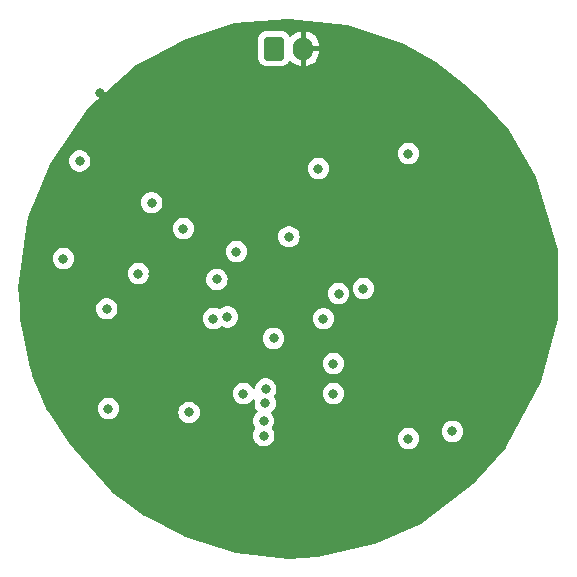
<source format=gbr>
%TF.GenerationSoftware,KiCad,Pcbnew,7.0.7*%
%TF.CreationDate,2023-11-13T21:50:39-08:00*%
%TF.ProjectId,Final_Project_Transmit,46696e61-6c5f-4507-926f-6a6563745f54,rev?*%
%TF.SameCoordinates,Original*%
%TF.FileFunction,Copper,L2,Inr*%
%TF.FilePolarity,Positive*%
%FSLAX46Y46*%
G04 Gerber Fmt 4.6, Leading zero omitted, Abs format (unit mm)*
G04 Created by KiCad (PCBNEW 7.0.7) date 2023-11-13 21:50:39*
%MOMM*%
%LPD*%
G01*
G04 APERTURE LIST*
G04 Aperture macros list*
%AMRoundRect*
0 Rectangle with rounded corners*
0 $1 Rounding radius*
0 $2 $3 $4 $5 $6 $7 $8 $9 X,Y pos of 4 corners*
0 Add a 4 corners polygon primitive as box body*
4,1,4,$2,$3,$4,$5,$6,$7,$8,$9,$2,$3,0*
0 Add four circle primitives for the rounded corners*
1,1,$1+$1,$2,$3*
1,1,$1+$1,$4,$5*
1,1,$1+$1,$6,$7*
1,1,$1+$1,$8,$9*
0 Add four rect primitives between the rounded corners*
20,1,$1+$1,$2,$3,$4,$5,0*
20,1,$1+$1,$4,$5,$6,$7,0*
20,1,$1+$1,$6,$7,$8,$9,0*
20,1,$1+$1,$8,$9,$2,$3,0*%
G04 Aperture macros list end*
%TA.AperFunction,ComponentPad*%
%ADD10RoundRect,0.250000X-0.600000X-0.750000X0.600000X-0.750000X0.600000X0.750000X-0.600000X0.750000X0*%
%TD*%
%TA.AperFunction,ComponentPad*%
%ADD11O,1.700000X2.000000*%
%TD*%
%TA.AperFunction,ViaPad*%
%ADD12C,0.800000*%
%TD*%
G04 APERTURE END LIST*
D10*
%TO.N,VCC*%
%TO.C,BT1*%
X100370000Y-55880000D03*
D11*
%TO.N,GND*%
X102870000Y-55880000D03*
%TD*%
D12*
%TO.N,Net-(Q4-S)*%
X86218233Y-77918867D03*
%TO.N,GND*%
X102279366Y-80664640D03*
%TO.N,+3V3*%
X97790000Y-85090000D03*
%TO.N,+1V5*%
X86360000Y-86360000D03*
%TO.N,+3V3*%
X101633045Y-71817394D03*
X105838647Y-76621486D03*
%TO.N,GND*%
X99875725Y-71791741D03*
X98080256Y-71791741D03*
%TO.N,/SDA_3V*%
X100345943Y-80422472D03*
%TO.N,Net-(Q2-S)*%
X105410000Y-85090000D03*
%TO.N,/SDO*%
X88900000Y-74930000D03*
%TO.N,+1V5*%
X93183130Y-86691364D03*
%TO.N,GND*%
X112295346Y-57837685D03*
%TO.N,+1V5*%
X111760000Y-64770000D03*
%TO.N,Net-(Q4-S)*%
X115479013Y-88295676D03*
%TO.N,+1V5*%
X111760000Y-88900000D03*
X82550000Y-73660000D03*
%TO.N,GND*%
X83820000Y-80010000D03*
%TO.N,+3V3*%
X105410000Y-82550000D03*
%TO.N,GND*%
X109220000Y-81280000D03*
%TO.N,Net-(JP4-B)*%
X96430932Y-78604050D03*
%TO.N,Net-(JP1-B)*%
X95250000Y-78740000D03*
%TO.N,GND*%
X90170000Y-74930000D03*
X115633981Y-73620011D03*
%TO.N,Net-(JP9-B)*%
X107950000Y-76200000D03*
X104560526Y-78751365D03*
%TO.N,+3V3*%
X104140000Y-66040000D03*
%TO.N,+1V5*%
X99508040Y-88644616D03*
X99499079Y-87408025D03*
%TO.N,+3V3*%
X99677906Y-84706536D03*
X99630862Y-85929686D03*
%TO.N,Net-(U3-P1.7{slash}TMS...)*%
X97198726Y-73077684D03*
X95535309Y-75427184D03*
%TO.N,Net-(U3-P1.6{slash}TDO...)*%
X90024192Y-68934103D03*
X92710000Y-71120000D03*
%TO.N,GND*%
X103470559Y-73528872D03*
X85614643Y-59645273D03*
%TO.N,+1V5*%
X83928697Y-65392191D03*
%TD*%
%TA.AperFunction,Conductor*%
%TO.N,GND*%
G36*
X101611816Y-53341260D02*
G01*
X106592360Y-53872739D01*
X106619694Y-53878837D01*
X111348296Y-55512987D01*
X111367067Y-55521272D01*
X114107858Y-57013093D01*
X114127253Y-57026163D01*
X116423444Y-58911456D01*
X117434269Y-59741398D01*
X117440065Y-59746812D01*
X120257354Y-62738007D01*
X120274635Y-62761302D01*
X122566021Y-66753869D01*
X122577446Y-66780640D01*
X124386834Y-72939518D01*
X124391265Y-72962313D01*
X124459701Y-73656970D01*
X124460000Y-73663052D01*
X124460000Y-78722939D01*
X124455392Y-78756428D01*
X122961212Y-84083385D01*
X122951460Y-84107819D01*
X120029572Y-89638537D01*
X120013251Y-89662269D01*
X117585057Y-92437347D01*
X117567516Y-92453843D01*
X112837697Y-96105541D01*
X112811251Y-96121155D01*
X108887723Y-97822508D01*
X108866401Y-97829538D01*
X104066822Y-98942484D01*
X104044611Y-98945553D01*
X101609822Y-99059540D01*
X101590233Y-99058907D01*
X97149958Y-98562038D01*
X97126545Y-98557094D01*
X92815785Y-97201291D01*
X92796174Y-97193223D01*
X89425067Y-95455538D01*
X89408874Y-95445549D01*
X87654826Y-94167910D01*
X86597810Y-93397985D01*
X86577404Y-93379301D01*
X83453536Y-89800500D01*
X82993737Y-89273740D01*
X82983048Y-89259561D01*
X81263820Y-86602573D01*
X81106861Y-86360000D01*
X85454540Y-86360000D01*
X85474326Y-86548256D01*
X85474327Y-86548259D01*
X85532818Y-86728277D01*
X85532821Y-86728284D01*
X85627467Y-86892216D01*
X85754129Y-87032888D01*
X85907265Y-87144148D01*
X85907270Y-87144151D01*
X86080192Y-87221142D01*
X86080197Y-87221144D01*
X86265354Y-87260500D01*
X86265355Y-87260500D01*
X86454644Y-87260500D01*
X86454646Y-87260500D01*
X86639803Y-87221144D01*
X86812730Y-87144151D01*
X86965871Y-87032888D01*
X87092533Y-86892216D01*
X87187179Y-86728284D01*
X87199175Y-86691364D01*
X92277670Y-86691364D01*
X92297456Y-86879620D01*
X92297457Y-86879623D01*
X92355948Y-87059641D01*
X92355951Y-87059648D01*
X92450597Y-87223580D01*
X92577258Y-87364251D01*
X92577259Y-87364252D01*
X92730395Y-87475512D01*
X92730400Y-87475515D01*
X92903322Y-87552506D01*
X92903327Y-87552508D01*
X93088484Y-87591864D01*
X93088485Y-87591864D01*
X93277774Y-87591864D01*
X93277776Y-87591864D01*
X93462933Y-87552508D01*
X93635860Y-87475515D01*
X93789001Y-87364252D01*
X93915663Y-87223580D01*
X94010309Y-87059648D01*
X94068804Y-86879620D01*
X94088590Y-86691364D01*
X94068804Y-86503108D01*
X94010309Y-86323080D01*
X93915663Y-86159148D01*
X93789001Y-86018476D01*
X93789000Y-86018475D01*
X93635864Y-85907215D01*
X93635859Y-85907212D01*
X93462937Y-85830221D01*
X93462932Y-85830219D01*
X93317131Y-85799229D01*
X93277776Y-85790864D01*
X93088484Y-85790864D01*
X93056027Y-85797762D01*
X92903327Y-85830219D01*
X92903322Y-85830221D01*
X92730400Y-85907212D01*
X92730395Y-85907215D01*
X92577259Y-86018475D01*
X92450596Y-86159149D01*
X92355951Y-86323079D01*
X92355948Y-86323086D01*
X92297457Y-86503104D01*
X92297456Y-86503108D01*
X92277670Y-86691364D01*
X87199175Y-86691364D01*
X87245674Y-86548256D01*
X87265460Y-86360000D01*
X87245674Y-86171744D01*
X87187179Y-85991716D01*
X87092533Y-85827784D01*
X86965871Y-85687112D01*
X86965870Y-85687111D01*
X86812734Y-85575851D01*
X86812729Y-85575848D01*
X86639807Y-85498857D01*
X86639802Y-85498855D01*
X86494000Y-85467865D01*
X86454646Y-85459500D01*
X86265354Y-85459500D01*
X86232897Y-85466398D01*
X86080197Y-85498855D01*
X86080192Y-85498857D01*
X85907270Y-85575848D01*
X85907265Y-85575851D01*
X85754129Y-85687111D01*
X85627466Y-85827785D01*
X85532821Y-85991715D01*
X85532818Y-85991722D01*
X85478418Y-86159149D01*
X85474326Y-86171744D01*
X85454540Y-86360000D01*
X81106861Y-86360000D01*
X81071769Y-86305767D01*
X81062207Y-86287954D01*
X80932548Y-85990500D01*
X80540022Y-85090000D01*
X96884540Y-85090000D01*
X96904326Y-85278256D01*
X96904327Y-85278259D01*
X96962818Y-85458277D01*
X96962821Y-85458284D01*
X97057467Y-85622216D01*
X97164808Y-85741430D01*
X97184129Y-85762888D01*
X97337265Y-85874148D01*
X97337270Y-85874151D01*
X97510192Y-85951142D01*
X97510197Y-85951144D01*
X97695354Y-85990500D01*
X97695355Y-85990500D01*
X97884644Y-85990500D01*
X97884646Y-85990500D01*
X98069803Y-85951144D01*
X98242730Y-85874151D01*
X98395871Y-85762888D01*
X98522533Y-85622216D01*
X98530484Y-85608443D01*
X98581048Y-85560230D01*
X98649655Y-85547005D01*
X98714520Y-85572972D01*
X98755050Y-85629885D01*
X98758376Y-85699675D01*
X98755802Y-85708761D01*
X98745189Y-85741424D01*
X98745189Y-85741426D01*
X98745188Y-85741430D01*
X98725402Y-85929686D01*
X98745188Y-86117942D01*
X98745189Y-86117945D01*
X98803680Y-86297963D01*
X98803683Y-86297970D01*
X98898329Y-86461902D01*
X98935428Y-86503104D01*
X98952881Y-86522488D01*
X98983111Y-86585479D01*
X98974486Y-86654815D01*
X98933617Y-86705777D01*
X98893210Y-86735134D01*
X98893208Y-86735136D01*
X98766545Y-86875810D01*
X98671900Y-87039740D01*
X98671897Y-87039747D01*
X98613406Y-87219765D01*
X98613405Y-87219769D01*
X98593619Y-87408025D01*
X98613405Y-87596281D01*
X98613406Y-87596284D01*
X98671897Y-87776302D01*
X98671900Y-87776309D01*
X98766546Y-87940241D01*
X98773570Y-87948042D01*
X98773824Y-87948324D01*
X98804054Y-88011315D01*
X98795429Y-88080651D01*
X98778699Y-88106681D01*
X98779329Y-88107139D01*
X98775505Y-88112401D01*
X98680861Y-88276331D01*
X98680858Y-88276338D01*
X98622367Y-88456356D01*
X98622366Y-88456360D01*
X98602580Y-88644616D01*
X98622366Y-88832872D01*
X98622367Y-88832875D01*
X98680858Y-89012893D01*
X98680861Y-89012900D01*
X98775507Y-89176832D01*
X98849997Y-89259561D01*
X98902169Y-89317504D01*
X99055305Y-89428764D01*
X99055310Y-89428767D01*
X99228232Y-89505758D01*
X99228237Y-89505760D01*
X99413394Y-89545116D01*
X99413395Y-89545116D01*
X99602684Y-89545116D01*
X99602686Y-89545116D01*
X99787843Y-89505760D01*
X99960770Y-89428767D01*
X100113911Y-89317504D01*
X100240573Y-89176832D01*
X100335219Y-89012900D01*
X100371903Y-88900000D01*
X110854540Y-88900000D01*
X110874326Y-89088256D01*
X110874327Y-89088259D01*
X110932818Y-89268277D01*
X110932821Y-89268284D01*
X111027467Y-89432216D01*
X111093685Y-89505758D01*
X111154129Y-89572888D01*
X111307265Y-89684148D01*
X111307270Y-89684151D01*
X111480192Y-89761142D01*
X111480197Y-89761144D01*
X111665354Y-89800500D01*
X111665355Y-89800500D01*
X111854644Y-89800500D01*
X111854646Y-89800500D01*
X112039803Y-89761144D01*
X112212730Y-89684151D01*
X112365871Y-89572888D01*
X112492533Y-89432216D01*
X112587179Y-89268284D01*
X112645674Y-89088256D01*
X112665460Y-88900000D01*
X112645674Y-88711744D01*
X112587179Y-88531716D01*
X112492533Y-88367784D01*
X112427606Y-88295676D01*
X114573553Y-88295676D01*
X114593339Y-88483932D01*
X114593340Y-88483935D01*
X114651831Y-88663953D01*
X114651834Y-88663960D01*
X114746480Y-88827892D01*
X114750967Y-88832875D01*
X114873142Y-88968564D01*
X115026278Y-89079824D01*
X115026283Y-89079827D01*
X115199205Y-89156818D01*
X115199210Y-89156820D01*
X115384367Y-89196176D01*
X115384368Y-89196176D01*
X115573657Y-89196176D01*
X115573659Y-89196176D01*
X115758816Y-89156820D01*
X115931743Y-89079827D01*
X116084884Y-88968564D01*
X116211546Y-88827892D01*
X116306192Y-88663960D01*
X116364687Y-88483932D01*
X116384473Y-88295676D01*
X116364687Y-88107420D01*
X116306192Y-87927392D01*
X116211546Y-87763460D01*
X116084884Y-87622788D01*
X116084883Y-87622787D01*
X115931747Y-87511527D01*
X115931742Y-87511524D01*
X115758820Y-87434533D01*
X115758815Y-87434531D01*
X115613013Y-87403541D01*
X115573659Y-87395176D01*
X115384367Y-87395176D01*
X115351910Y-87402074D01*
X115199210Y-87434531D01*
X115199205Y-87434533D01*
X115026283Y-87511524D01*
X115026278Y-87511527D01*
X114873142Y-87622787D01*
X114746479Y-87763461D01*
X114651834Y-87927391D01*
X114651831Y-87927398D01*
X114594347Y-88104317D01*
X114593339Y-88107420D01*
X114573553Y-88295676D01*
X112427606Y-88295676D01*
X112365871Y-88227112D01*
X112365870Y-88227111D01*
X112212734Y-88115851D01*
X112212729Y-88115848D01*
X112039807Y-88038857D01*
X112039802Y-88038855D01*
X111894001Y-88007865D01*
X111854646Y-87999500D01*
X111665354Y-87999500D01*
X111632897Y-88006398D01*
X111480197Y-88038855D01*
X111480192Y-88038857D01*
X111307270Y-88115848D01*
X111307265Y-88115851D01*
X111154129Y-88227111D01*
X111027466Y-88367785D01*
X110932821Y-88531715D01*
X110932818Y-88531722D01*
X110896137Y-88644616D01*
X110874326Y-88711744D01*
X110854540Y-88900000D01*
X100371903Y-88900000D01*
X100393714Y-88832872D01*
X100413500Y-88644616D01*
X100393714Y-88456360D01*
X100335219Y-88276332D01*
X100277296Y-88176006D01*
X100240575Y-88112403D01*
X100240574Y-88112402D01*
X100240573Y-88112400D01*
X100233292Y-88104314D01*
X100203064Y-88041325D01*
X100211689Y-87971990D01*
X100228422Y-87945961D01*
X100227790Y-87945502D01*
X100231608Y-87940245D01*
X100231612Y-87940241D01*
X100326258Y-87776309D01*
X100384753Y-87596281D01*
X100404539Y-87408025D01*
X100384753Y-87219769D01*
X100326258Y-87039741D01*
X100231612Y-86875809D01*
X100177058Y-86815221D01*
X100146829Y-86752231D01*
X100155454Y-86682896D01*
X100196323Y-86631933D01*
X100236733Y-86602574D01*
X100363395Y-86461902D01*
X100458041Y-86297970D01*
X100516536Y-86117942D01*
X100536322Y-85929686D01*
X100516536Y-85741430D01*
X100458041Y-85561402D01*
X100458038Y-85561396D01*
X100370986Y-85410616D01*
X100354513Y-85342716D01*
X100377366Y-85276689D01*
X100386218Y-85265651D01*
X100410439Y-85238752D01*
X100496321Y-85090000D01*
X104504540Y-85090000D01*
X104524326Y-85278256D01*
X104524327Y-85278259D01*
X104582818Y-85458277D01*
X104582821Y-85458284D01*
X104677467Y-85622216D01*
X104784808Y-85741430D01*
X104804129Y-85762888D01*
X104957265Y-85874148D01*
X104957270Y-85874151D01*
X105130192Y-85951142D01*
X105130197Y-85951144D01*
X105315354Y-85990500D01*
X105315355Y-85990500D01*
X105504644Y-85990500D01*
X105504646Y-85990500D01*
X105689803Y-85951144D01*
X105862730Y-85874151D01*
X106015871Y-85762888D01*
X106142533Y-85622216D01*
X106237179Y-85458284D01*
X106295674Y-85278256D01*
X106315460Y-85090000D01*
X106295674Y-84901744D01*
X106237179Y-84721716D01*
X106142533Y-84557784D01*
X106015871Y-84417112D01*
X106015870Y-84417111D01*
X105862734Y-84305851D01*
X105862729Y-84305848D01*
X105689807Y-84228857D01*
X105689802Y-84228855D01*
X105544000Y-84197865D01*
X105504646Y-84189500D01*
X105315354Y-84189500D01*
X105282897Y-84196398D01*
X105130197Y-84228855D01*
X105130192Y-84228857D01*
X104957270Y-84305848D01*
X104957265Y-84305851D01*
X104804129Y-84417111D01*
X104677466Y-84557785D01*
X104582821Y-84721715D01*
X104582818Y-84721722D01*
X104526585Y-84894792D01*
X104524326Y-84901744D01*
X104504540Y-85090000D01*
X100496321Y-85090000D01*
X100505085Y-85074820D01*
X100563580Y-84894792D01*
X100583366Y-84706536D01*
X100563580Y-84518280D01*
X100505085Y-84338252D01*
X100410439Y-84174320D01*
X100283777Y-84033648D01*
X100283776Y-84033647D01*
X100130640Y-83922387D01*
X100130635Y-83922384D01*
X99957713Y-83845393D01*
X99957708Y-83845391D01*
X99811906Y-83814401D01*
X99772552Y-83806036D01*
X99583260Y-83806036D01*
X99550803Y-83812934D01*
X99398103Y-83845391D01*
X99398098Y-83845393D01*
X99225176Y-83922384D01*
X99225171Y-83922387D01*
X99072035Y-84033647D01*
X98945372Y-84174321D01*
X98850727Y-84338251D01*
X98850724Y-84338258D01*
X98792233Y-84518276D01*
X98792232Y-84518280D01*
X98788080Y-84557784D01*
X98787075Y-84567350D01*
X98760490Y-84631964D01*
X98703192Y-84671948D01*
X98633373Y-84674608D01*
X98573200Y-84639098D01*
X98556369Y-84616390D01*
X98522533Y-84557784D01*
X98395871Y-84417112D01*
X98395870Y-84417111D01*
X98242734Y-84305851D01*
X98242729Y-84305848D01*
X98069807Y-84228857D01*
X98069802Y-84228855D01*
X97924001Y-84197865D01*
X97884646Y-84189500D01*
X97695354Y-84189500D01*
X97662897Y-84196398D01*
X97510197Y-84228855D01*
X97510192Y-84228857D01*
X97337270Y-84305848D01*
X97337265Y-84305851D01*
X97184129Y-84417111D01*
X97057466Y-84557785D01*
X96962821Y-84721715D01*
X96962818Y-84721722D01*
X96906585Y-84894792D01*
X96904326Y-84901744D01*
X96884540Y-85090000D01*
X80540022Y-85090000D01*
X79883521Y-83583910D01*
X79875739Y-83559368D01*
X79853325Y-83450500D01*
X79667928Y-82550000D01*
X104504540Y-82550000D01*
X104524326Y-82738256D01*
X104524327Y-82738259D01*
X104582818Y-82918277D01*
X104582821Y-82918284D01*
X104677467Y-83082216D01*
X104765037Y-83179472D01*
X104804129Y-83222888D01*
X104957265Y-83334148D01*
X104957270Y-83334151D01*
X105130192Y-83411142D01*
X105130197Y-83411144D01*
X105315354Y-83450500D01*
X105315355Y-83450500D01*
X105504644Y-83450500D01*
X105504646Y-83450500D01*
X105689803Y-83411144D01*
X105862730Y-83334151D01*
X106015871Y-83222888D01*
X106142533Y-83082216D01*
X106237179Y-82918284D01*
X106295674Y-82738256D01*
X106315460Y-82550000D01*
X106295674Y-82361744D01*
X106237179Y-82181716D01*
X106142533Y-82017784D01*
X106015871Y-81877112D01*
X106015870Y-81877111D01*
X105862734Y-81765851D01*
X105862729Y-81765848D01*
X105689807Y-81688857D01*
X105689802Y-81688855D01*
X105544000Y-81657865D01*
X105504646Y-81649500D01*
X105315354Y-81649500D01*
X105282897Y-81656398D01*
X105130197Y-81688855D01*
X105130192Y-81688857D01*
X104957270Y-81765848D01*
X104957265Y-81765851D01*
X104804129Y-81877111D01*
X104677466Y-82017785D01*
X104582821Y-82181715D01*
X104582818Y-82181722D01*
X104524327Y-82361740D01*
X104524326Y-82361744D01*
X104504540Y-82550000D01*
X79667928Y-82550000D01*
X79229907Y-80422472D01*
X99440483Y-80422472D01*
X99460269Y-80610728D01*
X99460270Y-80610731D01*
X99518761Y-80790749D01*
X99518764Y-80790756D01*
X99613410Y-80954688D01*
X99740072Y-81095360D01*
X99893208Y-81206620D01*
X99893213Y-81206623D01*
X100066135Y-81283614D01*
X100066140Y-81283616D01*
X100251297Y-81322972D01*
X100251298Y-81322972D01*
X100440587Y-81322972D01*
X100440589Y-81322972D01*
X100625746Y-81283616D01*
X100798673Y-81206623D01*
X100951814Y-81095360D01*
X101078476Y-80954688D01*
X101173122Y-80790756D01*
X101231617Y-80610728D01*
X101251403Y-80422472D01*
X101231617Y-80234216D01*
X101173122Y-80054188D01*
X101078476Y-79890256D01*
X100951814Y-79749584D01*
X100951813Y-79749583D01*
X100798677Y-79638323D01*
X100798672Y-79638320D01*
X100625750Y-79561329D01*
X100625745Y-79561327D01*
X100450826Y-79524148D01*
X100440589Y-79521972D01*
X100251297Y-79521972D01*
X100241060Y-79524148D01*
X100066140Y-79561327D01*
X100066135Y-79561329D01*
X99893213Y-79638320D01*
X99893208Y-79638323D01*
X99740072Y-79749583D01*
X99613409Y-79890257D01*
X99518764Y-80054187D01*
X99518761Y-80054194D01*
X99460270Y-80234212D01*
X99460269Y-80234216D01*
X99440483Y-80422472D01*
X79229907Y-80422472D01*
X78901843Y-78829018D01*
X78899530Y-78811595D01*
X78844997Y-77918867D01*
X85312773Y-77918867D01*
X85332559Y-78107123D01*
X85332560Y-78107126D01*
X85391051Y-78287144D01*
X85391054Y-78287151D01*
X85485700Y-78451083D01*
X85586569Y-78563109D01*
X85612362Y-78591755D01*
X85765498Y-78703015D01*
X85765503Y-78703018D01*
X85938425Y-78780009D01*
X85938430Y-78780011D01*
X86123587Y-78819367D01*
X86123588Y-78819367D01*
X86312877Y-78819367D01*
X86312879Y-78819367D01*
X86498036Y-78780011D01*
X86587901Y-78740000D01*
X94344540Y-78740000D01*
X94364326Y-78928256D01*
X94364327Y-78928259D01*
X94422818Y-79108277D01*
X94422821Y-79108284D01*
X94517467Y-79272216D01*
X94617741Y-79383581D01*
X94644129Y-79412888D01*
X94797265Y-79524148D01*
X94797270Y-79524151D01*
X94970192Y-79601142D01*
X94970197Y-79601144D01*
X95155354Y-79640500D01*
X95155355Y-79640500D01*
X95344644Y-79640500D01*
X95344646Y-79640500D01*
X95529803Y-79601144D01*
X95702730Y-79524151D01*
X95783880Y-79465192D01*
X95861129Y-79409068D01*
X95862061Y-79410350D01*
X95917820Y-79383581D01*
X95987156Y-79392194D01*
X95988257Y-79392678D01*
X96151124Y-79465192D01*
X96151129Y-79465194D01*
X96336286Y-79504550D01*
X96336287Y-79504550D01*
X96525576Y-79504550D01*
X96525578Y-79504550D01*
X96710735Y-79465194D01*
X96883662Y-79388201D01*
X97036803Y-79276938D01*
X97163465Y-79136266D01*
X97258111Y-78972334D01*
X97316606Y-78792306D01*
X97320909Y-78751365D01*
X103655066Y-78751365D01*
X103674852Y-78939621D01*
X103674853Y-78939624D01*
X103733344Y-79119642D01*
X103733347Y-79119649D01*
X103827993Y-79283581D01*
X103918034Y-79383581D01*
X103954655Y-79424253D01*
X104107791Y-79535513D01*
X104107796Y-79535516D01*
X104280718Y-79612507D01*
X104280723Y-79612509D01*
X104465880Y-79651865D01*
X104465881Y-79651865D01*
X104655170Y-79651865D01*
X104655172Y-79651865D01*
X104840329Y-79612509D01*
X105013256Y-79535516D01*
X105166397Y-79424253D01*
X105293059Y-79283581D01*
X105387705Y-79119649D01*
X105446200Y-78939621D01*
X105465986Y-78751365D01*
X105446200Y-78563109D01*
X105387705Y-78383081D01*
X105293059Y-78219149D01*
X105166397Y-78078477D01*
X105157254Y-78071834D01*
X105013260Y-77967216D01*
X105013255Y-77967213D01*
X104840333Y-77890222D01*
X104840328Y-77890220D01*
X104694527Y-77859230D01*
X104655172Y-77850865D01*
X104465880Y-77850865D01*
X104433423Y-77857763D01*
X104280723Y-77890220D01*
X104280718Y-77890222D01*
X104107796Y-77967213D01*
X104107791Y-77967216D01*
X103954655Y-78078476D01*
X103827992Y-78219150D01*
X103733347Y-78383080D01*
X103733344Y-78383087D01*
X103674853Y-78563105D01*
X103674852Y-78563109D01*
X103655066Y-78751365D01*
X97320909Y-78751365D01*
X97336392Y-78604050D01*
X97316606Y-78415794D01*
X97258111Y-78235766D01*
X97163465Y-78071834D01*
X97036803Y-77931162D01*
X97036802Y-77931161D01*
X96883666Y-77819901D01*
X96883661Y-77819898D01*
X96710739Y-77742907D01*
X96710734Y-77742905D01*
X96564932Y-77711915D01*
X96525578Y-77703550D01*
X96336286Y-77703550D01*
X96303829Y-77710448D01*
X96151129Y-77742905D01*
X96151124Y-77742907D01*
X95978202Y-77819898D01*
X95978197Y-77819901D01*
X95819804Y-77934981D01*
X95818877Y-77933705D01*
X95763062Y-77960476D01*
X95693729Y-77951836D01*
X95692673Y-77951371D01*
X95529807Y-77878857D01*
X95529802Y-77878855D01*
X95384000Y-77847865D01*
X95344646Y-77839500D01*
X95155354Y-77839500D01*
X95122897Y-77846398D01*
X94970197Y-77878855D01*
X94970192Y-77878857D01*
X94797270Y-77955848D01*
X94797265Y-77955851D01*
X94644129Y-78067111D01*
X94517466Y-78207785D01*
X94422821Y-78371715D01*
X94422818Y-78371722D01*
X94364327Y-78551740D01*
X94364326Y-78551744D01*
X94344540Y-78740000D01*
X86587901Y-78740000D01*
X86670963Y-78703018D01*
X86824104Y-78591755D01*
X86950766Y-78451083D01*
X87045412Y-78287151D01*
X87103907Y-78107123D01*
X87123693Y-77918867D01*
X87103907Y-77730611D01*
X87045412Y-77550583D01*
X86950766Y-77386651D01*
X86824104Y-77245979D01*
X86824103Y-77245978D01*
X86670967Y-77134718D01*
X86670962Y-77134715D01*
X86498040Y-77057724D01*
X86498035Y-77057722D01*
X86352233Y-77026732D01*
X86312879Y-77018367D01*
X86123587Y-77018367D01*
X86091130Y-77025265D01*
X85938430Y-77057722D01*
X85938425Y-77057724D01*
X85765503Y-77134715D01*
X85765498Y-77134718D01*
X85612362Y-77245978D01*
X85485699Y-77386652D01*
X85391054Y-77550582D01*
X85391051Y-77550589D01*
X85332560Y-77730607D01*
X85332559Y-77730611D01*
X85312773Y-77918867D01*
X78844997Y-77918867D01*
X78765746Y-76621486D01*
X104933187Y-76621486D01*
X104952973Y-76809742D01*
X104952974Y-76809745D01*
X105011465Y-76989763D01*
X105011468Y-76989770D01*
X105106114Y-77153702D01*
X105156837Y-77210035D01*
X105232776Y-77294374D01*
X105385912Y-77405634D01*
X105385917Y-77405637D01*
X105558839Y-77482628D01*
X105558844Y-77482630D01*
X105744001Y-77521986D01*
X105744002Y-77521986D01*
X105933291Y-77521986D01*
X105933293Y-77521986D01*
X106118450Y-77482630D01*
X106291377Y-77405637D01*
X106444518Y-77294374D01*
X106571180Y-77153702D01*
X106665826Y-76989770D01*
X106724321Y-76809742D01*
X106744107Y-76621486D01*
X106724321Y-76433230D01*
X106665826Y-76253202D01*
X106635110Y-76200000D01*
X107044540Y-76200000D01*
X107064326Y-76388256D01*
X107064327Y-76388259D01*
X107122818Y-76568277D01*
X107122821Y-76568284D01*
X107217467Y-76732216D01*
X107287272Y-76809742D01*
X107344129Y-76872888D01*
X107497265Y-76984148D01*
X107497270Y-76984151D01*
X107670192Y-77061142D01*
X107670197Y-77061144D01*
X107855354Y-77100500D01*
X107855355Y-77100500D01*
X108044644Y-77100500D01*
X108044646Y-77100500D01*
X108229803Y-77061144D01*
X108402730Y-76984151D01*
X108555871Y-76872888D01*
X108682533Y-76732216D01*
X108777179Y-76568284D01*
X108835674Y-76388256D01*
X108855460Y-76200000D01*
X108835674Y-76011744D01*
X108777179Y-75831716D01*
X108682533Y-75667784D01*
X108555871Y-75527112D01*
X108555870Y-75527111D01*
X108402734Y-75415851D01*
X108402729Y-75415848D01*
X108229807Y-75338857D01*
X108229802Y-75338855D01*
X108084001Y-75307865D01*
X108044646Y-75299500D01*
X107855354Y-75299500D01*
X107822897Y-75306398D01*
X107670197Y-75338855D01*
X107670192Y-75338857D01*
X107497270Y-75415848D01*
X107497265Y-75415851D01*
X107344129Y-75527111D01*
X107217466Y-75667785D01*
X107122821Y-75831715D01*
X107122818Y-75831722D01*
X107064327Y-76011740D01*
X107064326Y-76011744D01*
X107044540Y-76200000D01*
X106635110Y-76200000D01*
X106571180Y-76089270D01*
X106444518Y-75948598D01*
X106444517Y-75948597D01*
X106291381Y-75837337D01*
X106291376Y-75837334D01*
X106118454Y-75760343D01*
X106118449Y-75760341D01*
X105972648Y-75729351D01*
X105933293Y-75720986D01*
X105744001Y-75720986D01*
X105711544Y-75727884D01*
X105558844Y-75760341D01*
X105558839Y-75760343D01*
X105385917Y-75837334D01*
X105385912Y-75837337D01*
X105232776Y-75948597D01*
X105106113Y-76089271D01*
X105011468Y-76253201D01*
X105011465Y-76253208D01*
X104967586Y-76388256D01*
X104952973Y-76433230D01*
X104933187Y-76621486D01*
X78765746Y-76621486D01*
X78740723Y-76211838D01*
X78741534Y-76188241D01*
X78905770Y-74930000D01*
X87994540Y-74930000D01*
X88014326Y-75118256D01*
X88014327Y-75118259D01*
X88072818Y-75298277D01*
X88072821Y-75298284D01*
X88167467Y-75462216D01*
X88225899Y-75527111D01*
X88294129Y-75602888D01*
X88447265Y-75714148D01*
X88447270Y-75714151D01*
X88620192Y-75791142D01*
X88620197Y-75791144D01*
X88805354Y-75830500D01*
X88805355Y-75830500D01*
X88994644Y-75830500D01*
X88994646Y-75830500D01*
X89179803Y-75791144D01*
X89352730Y-75714151D01*
X89505871Y-75602888D01*
X89632533Y-75462216D01*
X89652759Y-75427184D01*
X94629849Y-75427184D01*
X94649635Y-75615440D01*
X94649636Y-75615443D01*
X94708127Y-75795461D01*
X94708130Y-75795468D01*
X94802776Y-75959400D01*
X94849907Y-76011744D01*
X94929438Y-76100072D01*
X95082574Y-76211332D01*
X95082579Y-76211335D01*
X95255501Y-76288326D01*
X95255506Y-76288328D01*
X95440663Y-76327684D01*
X95440664Y-76327684D01*
X95629953Y-76327684D01*
X95629955Y-76327684D01*
X95815112Y-76288328D01*
X95988039Y-76211335D01*
X96141180Y-76100072D01*
X96267842Y-75959400D01*
X96362488Y-75795468D01*
X96420983Y-75615440D01*
X96440769Y-75427184D01*
X96420983Y-75238928D01*
X96362488Y-75058900D01*
X96267842Y-74894968D01*
X96141180Y-74754296D01*
X96123904Y-74741744D01*
X95988043Y-74643035D01*
X95988038Y-74643032D01*
X95815116Y-74566041D01*
X95815111Y-74566039D01*
X95669310Y-74535049D01*
X95629955Y-74526684D01*
X95440663Y-74526684D01*
X95408206Y-74533582D01*
X95255506Y-74566039D01*
X95255501Y-74566041D01*
X95082579Y-74643032D01*
X95082574Y-74643035D01*
X94929438Y-74754295D01*
X94802775Y-74894969D01*
X94708130Y-75058899D01*
X94708127Y-75058906D01*
X94665544Y-75189965D01*
X94649635Y-75238928D01*
X94629849Y-75427184D01*
X89652759Y-75427184D01*
X89727179Y-75298284D01*
X89785674Y-75118256D01*
X89805460Y-74930000D01*
X89785674Y-74741744D01*
X89727179Y-74561716D01*
X89632533Y-74397784D01*
X89505871Y-74257112D01*
X89505870Y-74257111D01*
X89352734Y-74145851D01*
X89352729Y-74145848D01*
X89179807Y-74068857D01*
X89179802Y-74068855D01*
X89034000Y-74037865D01*
X88994646Y-74029500D01*
X88805354Y-74029500D01*
X88772897Y-74036398D01*
X88620197Y-74068855D01*
X88620192Y-74068857D01*
X88447270Y-74145848D01*
X88447265Y-74145851D01*
X88294129Y-74257111D01*
X88167466Y-74397785D01*
X88072821Y-74561715D01*
X88072818Y-74561722D01*
X88014327Y-74741740D01*
X88014326Y-74741744D01*
X87994540Y-74930000D01*
X78905770Y-74930000D01*
X79071541Y-73660000D01*
X81644540Y-73660000D01*
X81664326Y-73848256D01*
X81664327Y-73848259D01*
X81722818Y-74028277D01*
X81722821Y-74028284D01*
X81817467Y-74192216D01*
X81875899Y-74257111D01*
X81944129Y-74332888D01*
X82097265Y-74444148D01*
X82097270Y-74444151D01*
X82270192Y-74521142D01*
X82270197Y-74521144D01*
X82455354Y-74560500D01*
X82455355Y-74560500D01*
X82644644Y-74560500D01*
X82644646Y-74560500D01*
X82829803Y-74521144D01*
X83002730Y-74444151D01*
X83155871Y-74332888D01*
X83282533Y-74192216D01*
X83377179Y-74028284D01*
X83435674Y-73848256D01*
X83455460Y-73660000D01*
X83435674Y-73471744D01*
X83377179Y-73291716D01*
X83282533Y-73127784D01*
X83237423Y-73077684D01*
X96293266Y-73077684D01*
X96313052Y-73265940D01*
X96313053Y-73265943D01*
X96371544Y-73445961D01*
X96371547Y-73445968D01*
X96466193Y-73609900D01*
X96592854Y-73750571D01*
X96592855Y-73750572D01*
X96745991Y-73861832D01*
X96745996Y-73861835D01*
X96918918Y-73938826D01*
X96918923Y-73938828D01*
X97104080Y-73978184D01*
X97104081Y-73978184D01*
X97293370Y-73978184D01*
X97293372Y-73978184D01*
X97478529Y-73938828D01*
X97651456Y-73861835D01*
X97804597Y-73750572D01*
X97931259Y-73609900D01*
X98025905Y-73445968D01*
X98084400Y-73265940D01*
X98104186Y-73077684D01*
X98084400Y-72889428D01*
X98025905Y-72709400D01*
X97931259Y-72545468D01*
X97804597Y-72404796D01*
X97728640Y-72349610D01*
X97651460Y-72293535D01*
X97651455Y-72293532D01*
X97478533Y-72216541D01*
X97478528Y-72216539D01*
X97332726Y-72185549D01*
X97293372Y-72177184D01*
X97104080Y-72177184D01*
X97071623Y-72184082D01*
X96918923Y-72216539D01*
X96918918Y-72216541D01*
X96745996Y-72293532D01*
X96745991Y-72293535D01*
X96592855Y-72404795D01*
X96466192Y-72545469D01*
X96371547Y-72709399D01*
X96371544Y-72709406D01*
X96342480Y-72798857D01*
X96313052Y-72889428D01*
X96293266Y-73077684D01*
X83237423Y-73077684D01*
X83155871Y-72987112D01*
X83155870Y-72987111D01*
X83002734Y-72875851D01*
X83002729Y-72875848D01*
X82829807Y-72798857D01*
X82829802Y-72798855D01*
X82684001Y-72767865D01*
X82644646Y-72759500D01*
X82455354Y-72759500D01*
X82422897Y-72766398D01*
X82270197Y-72798855D01*
X82270192Y-72798857D01*
X82097270Y-72875848D01*
X82097265Y-72875851D01*
X81944129Y-72987111D01*
X81817466Y-73127785D01*
X81722821Y-73291715D01*
X81722818Y-73291722D01*
X81672703Y-73445961D01*
X81664326Y-73471744D01*
X81644540Y-73660000D01*
X79071541Y-73660000D01*
X79403083Y-71120000D01*
X91804540Y-71120000D01*
X91824326Y-71308256D01*
X91824327Y-71308259D01*
X91882818Y-71488277D01*
X91882821Y-71488284D01*
X91977467Y-71652216D01*
X92104128Y-71792887D01*
X92104129Y-71792888D01*
X92257265Y-71904148D01*
X92257270Y-71904151D01*
X92430192Y-71981142D01*
X92430197Y-71981144D01*
X92615354Y-72020500D01*
X92615355Y-72020500D01*
X92804644Y-72020500D01*
X92804646Y-72020500D01*
X92989803Y-71981144D01*
X93162730Y-71904151D01*
X93282141Y-71817394D01*
X100727585Y-71817394D01*
X100747371Y-72005650D01*
X100747372Y-72005653D01*
X100805863Y-72185671D01*
X100805866Y-72185678D01*
X100900512Y-72349610D01*
X100950201Y-72404795D01*
X101027174Y-72490282D01*
X101180310Y-72601542D01*
X101180315Y-72601545D01*
X101353237Y-72678536D01*
X101353242Y-72678538D01*
X101538399Y-72717894D01*
X101538400Y-72717894D01*
X101727689Y-72717894D01*
X101727691Y-72717894D01*
X101912848Y-72678538D01*
X102085775Y-72601545D01*
X102238916Y-72490282D01*
X102365578Y-72349610D01*
X102460224Y-72185678D01*
X102518719Y-72005650D01*
X102538505Y-71817394D01*
X102518719Y-71629138D01*
X102460224Y-71449110D01*
X102365578Y-71285178D01*
X102238916Y-71144506D01*
X102238915Y-71144505D01*
X102085779Y-71033245D01*
X102085774Y-71033242D01*
X101912852Y-70956251D01*
X101912847Y-70956249D01*
X101767045Y-70925259D01*
X101727691Y-70916894D01*
X101538399Y-70916894D01*
X101505942Y-70923792D01*
X101353242Y-70956249D01*
X101353237Y-70956251D01*
X101180315Y-71033242D01*
X101180310Y-71033245D01*
X101027174Y-71144505D01*
X100900511Y-71285179D01*
X100805866Y-71449109D01*
X100805863Y-71449116D01*
X100747372Y-71629134D01*
X100747371Y-71629138D01*
X100727585Y-71817394D01*
X93282141Y-71817394D01*
X93315871Y-71792888D01*
X93442533Y-71652216D01*
X93537179Y-71488284D01*
X93595674Y-71308256D01*
X93615460Y-71120000D01*
X93595674Y-70931744D01*
X93537179Y-70751716D01*
X93442533Y-70587784D01*
X93315871Y-70447112D01*
X93315870Y-70447111D01*
X93162734Y-70335851D01*
X93162729Y-70335848D01*
X92989807Y-70258857D01*
X92989802Y-70258855D01*
X92844000Y-70227865D01*
X92804646Y-70219500D01*
X92615354Y-70219500D01*
X92582897Y-70226398D01*
X92430197Y-70258855D01*
X92430192Y-70258857D01*
X92257270Y-70335848D01*
X92257265Y-70335851D01*
X92104129Y-70447111D01*
X91977466Y-70587785D01*
X91882821Y-70751715D01*
X91882818Y-70751722D01*
X91829151Y-70916894D01*
X91824326Y-70931744D01*
X91804540Y-71120000D01*
X79403083Y-71120000D01*
X79526864Y-70171697D01*
X79535124Y-70140626D01*
X79879517Y-69302387D01*
X80030827Y-68934103D01*
X89118732Y-68934103D01*
X89138518Y-69122359D01*
X89138519Y-69122362D01*
X89197010Y-69302380D01*
X89197013Y-69302387D01*
X89291659Y-69466319D01*
X89418320Y-69606991D01*
X89418321Y-69606991D01*
X89571457Y-69718251D01*
X89571462Y-69718254D01*
X89744384Y-69795245D01*
X89744389Y-69795247D01*
X89929546Y-69834603D01*
X89929547Y-69834603D01*
X90118836Y-69834603D01*
X90118838Y-69834603D01*
X90303995Y-69795247D01*
X90476922Y-69718254D01*
X90630063Y-69606991D01*
X90756725Y-69466319D01*
X90851371Y-69302387D01*
X90909866Y-69122359D01*
X90929652Y-68934103D01*
X90909866Y-68745847D01*
X90851371Y-68565819D01*
X90756725Y-68401887D01*
X90630063Y-68261215D01*
X90619085Y-68253239D01*
X90476926Y-68149954D01*
X90476921Y-68149951D01*
X90303999Y-68072960D01*
X90303994Y-68072958D01*
X90158192Y-68041968D01*
X90118838Y-68033603D01*
X89929546Y-68033603D01*
X89897089Y-68040501D01*
X89744389Y-68072958D01*
X89744384Y-68072960D01*
X89571462Y-68149951D01*
X89571457Y-68149954D01*
X89418321Y-68261214D01*
X89291658Y-68401888D01*
X89197013Y-68565818D01*
X89197010Y-68565825D01*
X89138519Y-68745843D01*
X89138518Y-68745847D01*
X89118732Y-68934103D01*
X80030827Y-68934103D01*
X81375865Y-65660328D01*
X81387848Y-65637987D01*
X81554122Y-65392191D01*
X83023237Y-65392191D01*
X83043023Y-65580447D01*
X83043024Y-65580450D01*
X83101515Y-65760468D01*
X83101518Y-65760475D01*
X83196164Y-65924407D01*
X83300244Y-66039999D01*
X83322826Y-66065079D01*
X83475962Y-66176339D01*
X83475967Y-66176342D01*
X83648889Y-66253333D01*
X83648894Y-66253335D01*
X83834051Y-66292691D01*
X83834052Y-66292691D01*
X84023341Y-66292691D01*
X84023343Y-66292691D01*
X84208500Y-66253335D01*
X84381427Y-66176342D01*
X84534568Y-66065079D01*
X84557149Y-66040000D01*
X103234540Y-66040000D01*
X103254326Y-66228256D01*
X103254327Y-66228259D01*
X103312818Y-66408277D01*
X103312821Y-66408284D01*
X103407467Y-66572216D01*
X103534128Y-66712887D01*
X103534129Y-66712888D01*
X103687265Y-66824148D01*
X103687270Y-66824151D01*
X103860192Y-66901142D01*
X103860197Y-66901144D01*
X104045354Y-66940500D01*
X104045355Y-66940500D01*
X104234644Y-66940500D01*
X104234646Y-66940500D01*
X104419803Y-66901144D01*
X104592730Y-66824151D01*
X104745871Y-66712888D01*
X104872533Y-66572216D01*
X104967179Y-66408284D01*
X105025674Y-66228256D01*
X105045460Y-66040000D01*
X105025674Y-65851744D01*
X104967179Y-65671716D01*
X104872533Y-65507784D01*
X104745871Y-65367112D01*
X104745870Y-65367111D01*
X104592734Y-65255851D01*
X104592729Y-65255848D01*
X104419807Y-65178857D01*
X104419802Y-65178855D01*
X104274000Y-65147865D01*
X104234646Y-65139500D01*
X104045354Y-65139500D01*
X104012897Y-65146398D01*
X103860197Y-65178855D01*
X103860192Y-65178857D01*
X103687270Y-65255848D01*
X103687265Y-65255851D01*
X103534129Y-65367111D01*
X103407466Y-65507785D01*
X103312821Y-65671715D01*
X103312818Y-65671722D01*
X103283981Y-65760475D01*
X103254326Y-65851744D01*
X103234540Y-66040000D01*
X84557149Y-66040000D01*
X84661230Y-65924407D01*
X84755876Y-65760475D01*
X84814371Y-65580447D01*
X84834157Y-65392191D01*
X84814371Y-65203935D01*
X84755876Y-65023907D01*
X84661230Y-64859975D01*
X84580216Y-64770000D01*
X110854540Y-64770000D01*
X110874326Y-64958256D01*
X110874327Y-64958259D01*
X110932818Y-65138277D01*
X110932821Y-65138284D01*
X111027467Y-65302216D01*
X111085899Y-65367111D01*
X111154129Y-65442888D01*
X111307265Y-65554148D01*
X111307270Y-65554151D01*
X111480192Y-65631142D01*
X111480197Y-65631144D01*
X111665354Y-65670500D01*
X111665355Y-65670500D01*
X111854644Y-65670500D01*
X111854646Y-65670500D01*
X112039803Y-65631144D01*
X112212730Y-65554151D01*
X112365871Y-65442888D01*
X112492533Y-65302216D01*
X112587179Y-65138284D01*
X112645674Y-64958256D01*
X112665460Y-64770000D01*
X112645674Y-64581744D01*
X112587179Y-64401716D01*
X112492533Y-64237784D01*
X112365871Y-64097112D01*
X112365870Y-64097111D01*
X112212734Y-63985851D01*
X112212729Y-63985848D01*
X112039807Y-63908857D01*
X112039802Y-63908855D01*
X111894001Y-63877865D01*
X111854646Y-63869500D01*
X111665354Y-63869500D01*
X111632897Y-63876398D01*
X111480197Y-63908855D01*
X111480192Y-63908857D01*
X111307270Y-63985848D01*
X111307265Y-63985851D01*
X111154129Y-64097111D01*
X111027466Y-64237785D01*
X110932821Y-64401715D01*
X110932818Y-64401722D01*
X110890798Y-64531048D01*
X110874326Y-64581744D01*
X110854540Y-64770000D01*
X84580216Y-64770000D01*
X84534568Y-64719303D01*
X84534567Y-64719302D01*
X84381431Y-64608042D01*
X84381426Y-64608039D01*
X84208504Y-64531048D01*
X84208499Y-64531046D01*
X84062697Y-64500056D01*
X84023343Y-64491691D01*
X83834051Y-64491691D01*
X83801594Y-64498589D01*
X83648894Y-64531046D01*
X83648889Y-64531048D01*
X83475967Y-64608039D01*
X83475962Y-64608042D01*
X83322826Y-64719302D01*
X83196163Y-64859976D01*
X83101518Y-65023906D01*
X83101515Y-65023913D01*
X83051171Y-65178857D01*
X83043023Y-65203935D01*
X83023237Y-65392191D01*
X81554122Y-65392191D01*
X84586273Y-60909880D01*
X84606797Y-60886505D01*
X88531992Y-57412882D01*
X88556261Y-57396095D01*
X89912500Y-56680001D01*
X99019500Y-56680001D01*
X99019501Y-56680018D01*
X99030000Y-56782796D01*
X99030001Y-56782799D01*
X99064031Y-56885494D01*
X99085186Y-56949334D01*
X99177288Y-57098656D01*
X99301344Y-57222712D01*
X99450666Y-57314814D01*
X99617203Y-57369999D01*
X99719991Y-57380500D01*
X101020008Y-57380499D01*
X101122797Y-57369999D01*
X101289334Y-57314814D01*
X101438656Y-57222712D01*
X101562712Y-57098656D01*
X101654814Y-56949334D01*
X101654814Y-56949333D01*
X101658448Y-56943442D01*
X101710396Y-56896717D01*
X101779358Y-56885494D01*
X101843441Y-56913337D01*
X101851668Y-56920856D01*
X101998921Y-57068108D01*
X102192421Y-57203600D01*
X102406507Y-57303429D01*
X102406516Y-57303433D01*
X102620000Y-57360634D01*
X102620000Y-56492301D01*
X102639685Y-56425262D01*
X102692489Y-56379507D01*
X102761647Y-56369563D01*
X102834237Y-56380000D01*
X102834238Y-56380000D01*
X102905762Y-56380000D01*
X102905763Y-56380000D01*
X102978353Y-56369563D01*
X103047512Y-56379507D01*
X103100315Y-56425262D01*
X103120000Y-56492301D01*
X103120000Y-57360633D01*
X103333483Y-57303433D01*
X103333492Y-57303429D01*
X103547577Y-57203600D01*
X103547579Y-57203599D01*
X103741073Y-57068113D01*
X103741079Y-57068108D01*
X103908108Y-56901079D01*
X103908113Y-56901073D01*
X104043599Y-56707579D01*
X104043600Y-56707577D01*
X104143429Y-56493492D01*
X104143433Y-56493483D01*
X104204567Y-56265326D01*
X104204569Y-56265315D01*
X104216407Y-56130000D01*
X103483347Y-56130000D01*
X103416308Y-56110315D01*
X103370553Y-56057511D01*
X103360609Y-55988353D01*
X103364369Y-55971067D01*
X103370000Y-55951888D01*
X103370000Y-55808111D01*
X103364369Y-55788933D01*
X103364370Y-55719064D01*
X103402145Y-55660286D01*
X103465701Y-55631262D01*
X103483347Y-55630000D01*
X104216407Y-55630000D01*
X104216407Y-55629999D01*
X104204569Y-55494684D01*
X104204567Y-55494673D01*
X104143433Y-55266516D01*
X104143429Y-55266507D01*
X104043600Y-55052422D01*
X104043599Y-55052420D01*
X103908113Y-54858926D01*
X103908108Y-54858920D01*
X103741082Y-54691894D01*
X103547578Y-54556399D01*
X103333492Y-54456570D01*
X103333486Y-54456567D01*
X103120000Y-54399364D01*
X103120000Y-55267698D01*
X103100315Y-55334737D01*
X103047511Y-55380492D01*
X102978355Y-55390436D01*
X102905766Y-55380000D01*
X102905763Y-55380000D01*
X102834237Y-55380000D01*
X102834233Y-55380000D01*
X102761645Y-55390436D01*
X102692487Y-55380492D01*
X102639684Y-55334736D01*
X102620000Y-55267698D01*
X102620000Y-54399364D01*
X102619999Y-54399364D01*
X102406513Y-54456567D01*
X102406507Y-54456570D01*
X102192422Y-54556399D01*
X102192420Y-54556400D01*
X101998926Y-54691886D01*
X101851668Y-54839144D01*
X101790345Y-54872628D01*
X101720653Y-54867644D01*
X101664720Y-54825772D01*
X101658448Y-54816558D01*
X101562712Y-54661344D01*
X101438657Y-54537289D01*
X101438656Y-54537289D01*
X101438656Y-54537288D01*
X101289334Y-54445186D01*
X101122797Y-54390001D01*
X101122795Y-54390000D01*
X101020010Y-54379500D01*
X99719998Y-54379500D01*
X99719981Y-54379501D01*
X99617203Y-54390000D01*
X99617200Y-54390001D01*
X99450668Y-54445185D01*
X99450663Y-54445187D01*
X99301342Y-54537289D01*
X99177289Y-54661342D01*
X99085187Y-54810663D01*
X99085185Y-54810668D01*
X99080180Y-54825772D01*
X99030001Y-54977203D01*
X99030001Y-54977204D01*
X99030000Y-54977204D01*
X99019500Y-55079983D01*
X99019500Y-56680001D01*
X89912500Y-56680001D01*
X92901579Y-55101767D01*
X92919953Y-55093889D01*
X96949185Y-53739233D01*
X96978180Y-53733216D01*
X101588162Y-53341007D01*
X101611816Y-53341260D01*
G37*
%TD.AperFunction*%
%TD*%
M02*

</source>
